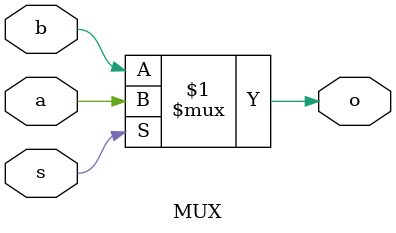
<source format=v>
`timescale 1ns / 1ps


module MUX(
    input a,//input 0
    input b,//input 1
    input s,//selection
    output o //output
    );
    
    assign o = (s)? a: b;
endmodule

</source>
